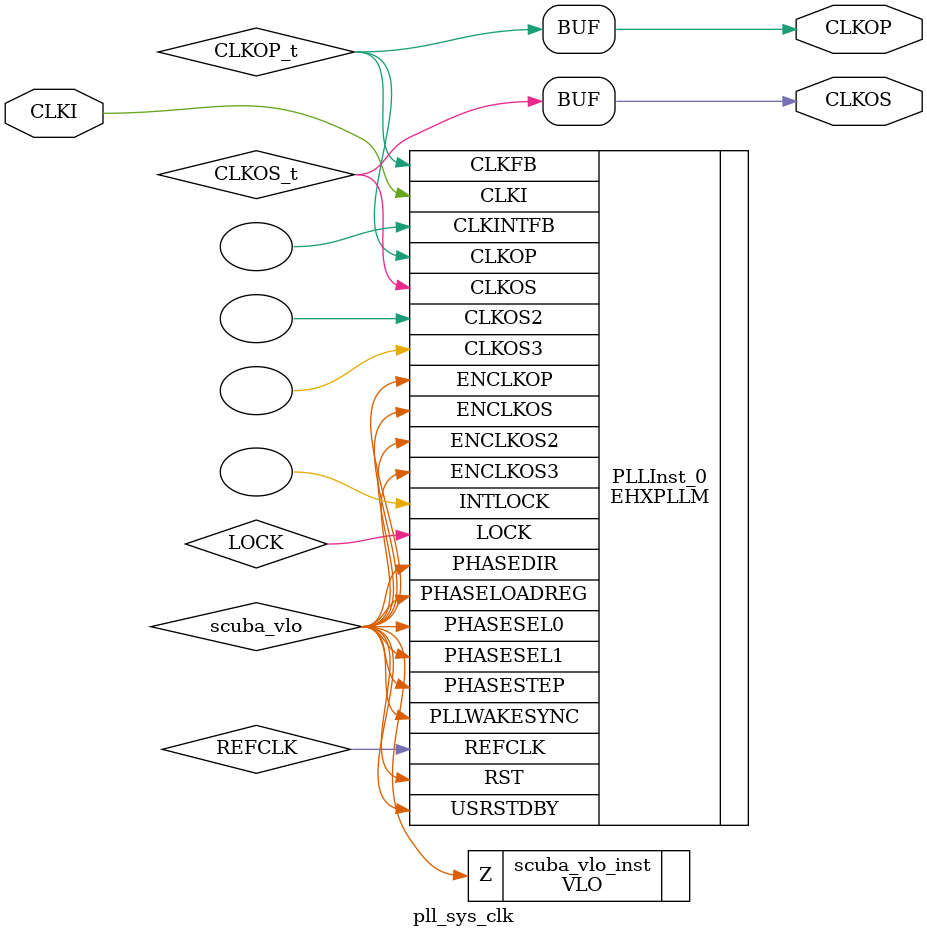
<source format=v>
/* Verilog netlist generated by SCUBA Diamond (64-bit) 3.12.0.240.2 */
/* Module Version: 5.7 */
/* C:\lscc\diamond\3.12\ispfpga\bin\nt64\scuba.exe -w -n pll_sys_clk -lang verilog -synth lse -bus_exp 7 -bb -arch sn5w00 -type pll -fin 50 -fclkop 100 -fclkop_tol 0.0 -fclkos 100 -fclkos_tol 0.0 -phases 90 -phase_cntl STATIC -fb_mode 1 -fdc C:/Users/rui/Desktop/win10_crosslink/win10_test_mipi_v2/ip/clock/pll_sys_clk/pll_sys_clk.fdc  */
/* Mon Jul 14 11:31:01 2025 */


`timescale 1 ns / 1 ps
module pll_sys_clk (CLKI, CLKOP, CLKOS)/* synthesis NGD_DRC_MASK=1 */;
    input wire CLKI;
    output wire CLKOP;
    output wire CLKOS;

    wire REFCLK;
    wire LOCK;
    wire CLKOS_t;
    wire CLKOP_t;
    wire scuba_vhi;
    wire scuba_vlo;

    VHI scuba_vhi_inst (.Z(scuba_vhi));

    VLO scuba_vlo_inst (.Z(scuba_vlo));

    defparam PLLInst_0.PLLRST_ENA = "DISABLED" ;
    defparam PLLInst_0.INTFB_WAKE = "DISABLED" ;
    defparam PLLInst_0.STDBY_ENABLE = "DISABLED" ;
    defparam PLLInst_0.DPHASE_SOURCE = "DISABLED" ;
    defparam PLLInst_0.CLKOS3_FPHASE = 0 ;
    defparam PLLInst_0.CLKOS3_CPHASE = 0 ;
    defparam PLLInst_0.CLKOS2_FPHASE = 0 ;
    defparam PLLInst_0.CLKOS2_CPHASE = 0 ;
    defparam PLLInst_0.CLKOS_FPHASE = 2 ;
    defparam PLLInst_0.CLKOS_CPHASE = 10 ;
    defparam PLLInst_0.CLKOP_FPHASE = 0 ;
    defparam PLLInst_0.CLKOP_CPHASE = 8 ;
    defparam PLLInst_0.PLL_LOCK_MODE = 0 ;
    defparam PLLInst_0.CLKOS_TRIM_DELAY = 0 ;
    defparam PLLInst_0.CLKOS_TRIM_POL = "FALLING" ;
    defparam PLLInst_0.CLKOP_TRIM_DELAY = 0 ;
    defparam PLLInst_0.CLKOP_TRIM_POL = "FALLING" ;
    defparam PLLInst_0.OUTDIVIDER_MUXD = "DIVD" ;
    defparam PLLInst_0.CLKOS3_ENABLE = "DISABLED" ;
    defparam PLLInst_0.OUTDIVIDER_MUXC = "DIVC" ;
    defparam PLLInst_0.CLKOS2_ENABLE = "DISABLED" ;
    defparam PLLInst_0.OUTDIVIDER_MUXB = "DIVB" ;
    defparam PLLInst_0.CLKOS_ENABLE = "ENABLED" ;
    defparam PLLInst_0.OUTDIVIDER_MUXA = "DIVA" ;
    defparam PLLInst_0.CLKOP_ENABLE = "ENABLED" ;
    defparam PLLInst_0.CLKOS3_DIV = 1 ;
    defparam PLLInst_0.CLKOS2_DIV = 1 ;
    defparam PLLInst_0.CLKOS_DIV = 9 ;
    defparam PLLInst_0.CLKOP_DIV = 9 ;
    defparam PLLInst_0.CLKFB_DIV = 2 ;
    defparam PLLInst_0.CLKI_DIV = 1 ;
    defparam PLLInst_0.FEEDBK_PATH = "CLKOP" ;
    EHXPLLM PLLInst_0 (.CLKI(CLKI), .CLKFB(CLKOP_t), .PHASESEL1(scuba_vlo), 
        .PHASESEL0(scuba_vlo), .PHASEDIR(scuba_vlo), .PHASESTEP(scuba_vlo), 
        .PHASELOADREG(scuba_vlo), .USRSTDBY(scuba_vlo), .PLLWAKESYNC(scuba_vlo), 
        .RST(scuba_vlo), .ENCLKOP(scuba_vlo), .ENCLKOS(scuba_vlo), .ENCLKOS2(scuba_vlo), 
        .ENCLKOS3(scuba_vlo), .CLKOP(CLKOP_t), .CLKOS(CLKOS_t), .CLKOS2(), 
        .CLKOS3(), .LOCK(LOCK), .INTLOCK(), .REFCLK(REFCLK), .CLKINTFB())
             /* synthesis FREQUENCY_PIN_CLKOS="100.000000" */
             /* synthesis FREQUENCY_PIN_CLKOP="100.000000" */
             /* synthesis FREQUENCY_PIN_CLKI="50.000000" */
             /* synthesis ICP_CURRENT="14" */
             /* synthesis LPF_RESISTOR="8" */;

    assign CLKOS = CLKOS_t;
    assign CLKOP = CLKOP_t;


    // exemplar begin
    // exemplar attribute PLLInst_0 FREQUENCY_PIN_CLKOS 100.000000
    // exemplar attribute PLLInst_0 FREQUENCY_PIN_CLKOP 100.000000
    // exemplar attribute PLLInst_0 FREQUENCY_PIN_CLKI 50.000000
    // exemplar attribute PLLInst_0 ICP_CURRENT 14
    // exemplar attribute PLLInst_0 LPF_RESISTOR 8
    // exemplar end

endmodule

</source>
